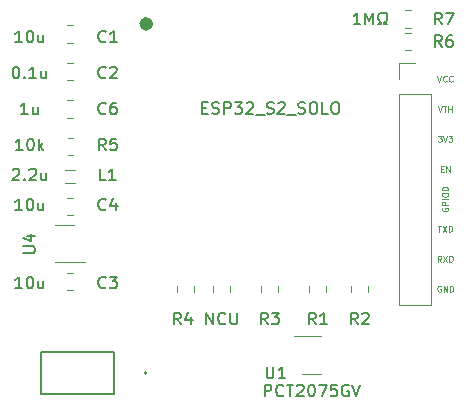
<source format=gbr>
%TF.GenerationSoftware,KiCad,Pcbnew,(6.0.1-0)*%
%TF.CreationDate,2022-04-20T12:22:31-04:00*%
%TF.ProjectId,32S2_3,33325332-5f33-42e6-9b69-6361645f7063,rev?*%
%TF.SameCoordinates,Original*%
%TF.FileFunction,Legend,Top*%
%TF.FilePolarity,Positive*%
%FSLAX46Y46*%
G04 Gerber Fmt 4.6, Leading zero omitted, Abs format (unit mm)*
G04 Created by KiCad (PCBNEW (6.0.1-0)) date 2022-04-20 12:22:31*
%MOMM*%
%LPD*%
G01*
G04 APERTURE LIST*
%ADD10C,0.100000*%
%ADD11C,0.150000*%
%ADD12C,0.120000*%
%ADD13C,0.570000*%
%ADD14C,0.127000*%
%ADD15C,0.200000*%
G04 APERTURE END LIST*
D10*
X107065000Y-87098095D02*
X107041190Y-87145714D01*
X107041190Y-87217142D01*
X107065000Y-87288571D01*
X107112619Y-87336190D01*
X107160238Y-87360000D01*
X107255476Y-87383809D01*
X107326904Y-87383809D01*
X107422142Y-87360000D01*
X107469761Y-87336190D01*
X107517380Y-87288571D01*
X107541190Y-87217142D01*
X107541190Y-87169523D01*
X107517380Y-87098095D01*
X107493571Y-87074285D01*
X107326904Y-87074285D01*
X107326904Y-87169523D01*
X107541190Y-86860000D02*
X107041190Y-86860000D01*
X107041190Y-86669523D01*
X107065000Y-86621904D01*
X107088809Y-86598095D01*
X107136428Y-86574285D01*
X107207857Y-86574285D01*
X107255476Y-86598095D01*
X107279285Y-86621904D01*
X107303095Y-86669523D01*
X107303095Y-86860000D01*
X107541190Y-86360000D02*
X107041190Y-86360000D01*
X107041190Y-86026666D02*
X107041190Y-85931428D01*
X107065000Y-85883809D01*
X107112619Y-85836190D01*
X107207857Y-85812380D01*
X107374523Y-85812380D01*
X107469761Y-85836190D01*
X107517380Y-85883809D01*
X107541190Y-85931428D01*
X107541190Y-86026666D01*
X107517380Y-86074285D01*
X107469761Y-86121904D01*
X107374523Y-86145714D01*
X107207857Y-86145714D01*
X107112619Y-86121904D01*
X107065000Y-86074285D01*
X107041190Y-86026666D01*
X107041190Y-85502857D02*
X107041190Y-85455238D01*
X107065000Y-85407619D01*
X107088809Y-85383809D01*
X107136428Y-85360000D01*
X107231666Y-85336190D01*
X107350714Y-85336190D01*
X107445952Y-85360000D01*
X107493571Y-85383809D01*
X107517380Y-85407619D01*
X107541190Y-85455238D01*
X107541190Y-85502857D01*
X107517380Y-85550476D01*
X107493571Y-85574285D01*
X107445952Y-85598095D01*
X107350714Y-85621904D01*
X107231666Y-85621904D01*
X107136428Y-85598095D01*
X107088809Y-85574285D01*
X107065000Y-85550476D01*
X107041190Y-85502857D01*
X106684047Y-88626190D02*
X106969761Y-88626190D01*
X106826904Y-89126190D02*
X106826904Y-88626190D01*
X107088809Y-88626190D02*
X107422142Y-89126190D01*
X107422142Y-88626190D02*
X107088809Y-89126190D01*
X107612619Y-89126190D02*
X107612619Y-88626190D01*
X107731666Y-88626190D01*
X107803095Y-88650000D01*
X107850714Y-88697619D01*
X107874523Y-88745238D01*
X107898333Y-88840476D01*
X107898333Y-88911904D01*
X107874523Y-89007142D01*
X107850714Y-89054761D01*
X107803095Y-89102380D01*
X107731666Y-89126190D01*
X107612619Y-89126190D01*
X106695952Y-81006190D02*
X107005476Y-81006190D01*
X106838809Y-81196666D01*
X106910238Y-81196666D01*
X106957857Y-81220476D01*
X106981666Y-81244285D01*
X107005476Y-81291904D01*
X107005476Y-81410952D01*
X106981666Y-81458571D01*
X106957857Y-81482380D01*
X106910238Y-81506190D01*
X106767380Y-81506190D01*
X106719761Y-81482380D01*
X106695952Y-81458571D01*
X107148333Y-81006190D02*
X107315000Y-81506190D01*
X107481666Y-81006190D01*
X107600714Y-81006190D02*
X107910238Y-81006190D01*
X107743571Y-81196666D01*
X107815000Y-81196666D01*
X107862619Y-81220476D01*
X107886428Y-81244285D01*
X107910238Y-81291904D01*
X107910238Y-81410952D01*
X107886428Y-81458571D01*
X107862619Y-81482380D01*
X107815000Y-81506190D01*
X107672142Y-81506190D01*
X107624523Y-81482380D01*
X107600714Y-81458571D01*
X106695952Y-78466190D02*
X106862619Y-78966190D01*
X107029285Y-78466190D01*
X107124523Y-78466190D02*
X107410238Y-78466190D01*
X107267380Y-78966190D02*
X107267380Y-78466190D01*
X107576904Y-78966190D02*
X107576904Y-78466190D01*
X107576904Y-78704285D02*
X107862619Y-78704285D01*
X107862619Y-78966190D02*
X107862619Y-78466190D01*
X106648333Y-75926190D02*
X106815000Y-76426190D01*
X106981666Y-75926190D01*
X107434047Y-76378571D02*
X107410238Y-76402380D01*
X107338809Y-76426190D01*
X107291190Y-76426190D01*
X107219761Y-76402380D01*
X107172142Y-76354761D01*
X107148333Y-76307142D01*
X107124523Y-76211904D01*
X107124523Y-76140476D01*
X107148333Y-76045238D01*
X107172142Y-75997619D01*
X107219761Y-75950000D01*
X107291190Y-75926190D01*
X107338809Y-75926190D01*
X107410238Y-75950000D01*
X107434047Y-75973809D01*
X107934047Y-76378571D02*
X107910238Y-76402380D01*
X107838809Y-76426190D01*
X107791190Y-76426190D01*
X107719761Y-76402380D01*
X107672142Y-76354761D01*
X107648333Y-76307142D01*
X107624523Y-76211904D01*
X107624523Y-76140476D01*
X107648333Y-76045238D01*
X107672142Y-75997619D01*
X107719761Y-75950000D01*
X107791190Y-75926190D01*
X107838809Y-75926190D01*
X107910238Y-75950000D01*
X107934047Y-75973809D01*
X106981666Y-91666190D02*
X106815000Y-91428095D01*
X106695952Y-91666190D02*
X106695952Y-91166190D01*
X106886428Y-91166190D01*
X106934047Y-91190000D01*
X106957857Y-91213809D01*
X106981666Y-91261428D01*
X106981666Y-91332857D01*
X106957857Y-91380476D01*
X106934047Y-91404285D01*
X106886428Y-91428095D01*
X106695952Y-91428095D01*
X107148333Y-91166190D02*
X107481666Y-91666190D01*
X107481666Y-91166190D02*
X107148333Y-91666190D01*
X107672142Y-91666190D02*
X107672142Y-91166190D01*
X107791190Y-91166190D01*
X107862619Y-91190000D01*
X107910238Y-91237619D01*
X107934047Y-91285238D01*
X107957857Y-91380476D01*
X107957857Y-91451904D01*
X107934047Y-91547142D01*
X107910238Y-91594761D01*
X107862619Y-91642380D01*
X107791190Y-91666190D01*
X107672142Y-91666190D01*
X106945952Y-83784285D02*
X107112619Y-83784285D01*
X107184047Y-84046190D02*
X106945952Y-84046190D01*
X106945952Y-83546190D01*
X107184047Y-83546190D01*
X107398333Y-84046190D02*
X107398333Y-83546190D01*
X107684047Y-84046190D01*
X107684047Y-83546190D01*
X106934047Y-93730000D02*
X106886428Y-93706190D01*
X106815000Y-93706190D01*
X106743571Y-93730000D01*
X106695952Y-93777619D01*
X106672142Y-93825238D01*
X106648333Y-93920476D01*
X106648333Y-93991904D01*
X106672142Y-94087142D01*
X106695952Y-94134761D01*
X106743571Y-94182380D01*
X106815000Y-94206190D01*
X106862619Y-94206190D01*
X106934047Y-94182380D01*
X106957857Y-94158571D01*
X106957857Y-93991904D01*
X106862619Y-93991904D01*
X107172142Y-94206190D02*
X107172142Y-93706190D01*
X107457857Y-94206190D01*
X107457857Y-93706190D01*
X107695952Y-94206190D02*
X107695952Y-93706190D01*
X107815000Y-93706190D01*
X107886428Y-93730000D01*
X107934047Y-93777619D01*
X107957857Y-93825238D01*
X107981666Y-93920476D01*
X107981666Y-93991904D01*
X107957857Y-94087142D01*
X107934047Y-94134761D01*
X107886428Y-94182380D01*
X107815000Y-94206190D01*
X107695952Y-94206190D01*
D11*
%TO.C,C1*%
X78573333Y-73001142D02*
X78525714Y-73048761D01*
X78382857Y-73096380D01*
X78287619Y-73096380D01*
X78144761Y-73048761D01*
X78049523Y-72953523D01*
X78001904Y-72858285D01*
X77954285Y-72667809D01*
X77954285Y-72524952D01*
X78001904Y-72334476D01*
X78049523Y-72239238D01*
X78144761Y-72144000D01*
X78287619Y-72096380D01*
X78382857Y-72096380D01*
X78525714Y-72144000D01*
X78573333Y-72191619D01*
X79525714Y-73096380D02*
X78954285Y-73096380D01*
X79240000Y-73096380D02*
X79240000Y-72096380D01*
X79144761Y-72239238D01*
X79049523Y-72334476D01*
X78954285Y-72382095D01*
X71493142Y-73096380D02*
X70921714Y-73096380D01*
X71207428Y-73096380D02*
X71207428Y-72096380D01*
X71112190Y-72239238D01*
X71016952Y-72334476D01*
X70921714Y-72382095D01*
X72112190Y-72096380D02*
X72207428Y-72096380D01*
X72302666Y-72144000D01*
X72350285Y-72191619D01*
X72397904Y-72286857D01*
X72445523Y-72477333D01*
X72445523Y-72715428D01*
X72397904Y-72905904D01*
X72350285Y-73001142D01*
X72302666Y-73048761D01*
X72207428Y-73096380D01*
X72112190Y-73096380D01*
X72016952Y-73048761D01*
X71969333Y-73001142D01*
X71921714Y-72905904D01*
X71874095Y-72715428D01*
X71874095Y-72477333D01*
X71921714Y-72286857D01*
X71969333Y-72191619D01*
X72016952Y-72144000D01*
X72112190Y-72096380D01*
X73302666Y-72429714D02*
X73302666Y-73096380D01*
X72874095Y-72429714D02*
X72874095Y-72953523D01*
X72921714Y-73048761D01*
X73016952Y-73096380D01*
X73159809Y-73096380D01*
X73255047Y-73048761D01*
X73302666Y-73001142D01*
%TO.C,U4*%
X71588380Y-90931904D02*
X72397904Y-90931904D01*
X72493142Y-90884285D01*
X72540761Y-90836666D01*
X72588380Y-90741428D01*
X72588380Y-90550952D01*
X72540761Y-90455714D01*
X72493142Y-90408095D01*
X72397904Y-90360476D01*
X71588380Y-90360476D01*
X71921714Y-89455714D02*
X72588380Y-89455714D01*
X71540761Y-89693809D02*
X72255047Y-89931904D01*
X72255047Y-89312857D01*
%TO.C,R2*%
X99909333Y-96972380D02*
X99576000Y-96496190D01*
X99337904Y-96972380D02*
X99337904Y-95972380D01*
X99718857Y-95972380D01*
X99814095Y-96020000D01*
X99861714Y-96067619D01*
X99909333Y-96162857D01*
X99909333Y-96305714D01*
X99861714Y-96400952D01*
X99814095Y-96448571D01*
X99718857Y-96496190D01*
X99337904Y-96496190D01*
X100290285Y-96067619D02*
X100337904Y-96020000D01*
X100433142Y-95972380D01*
X100671238Y-95972380D01*
X100766476Y-96020000D01*
X100814095Y-96067619D01*
X100861714Y-96162857D01*
X100861714Y-96258095D01*
X100814095Y-96400952D01*
X100242666Y-96972380D01*
X100861714Y-96972380D01*
%TO.C,C6*%
X78573333Y-79097142D02*
X78525714Y-79144761D01*
X78382857Y-79192380D01*
X78287619Y-79192380D01*
X78144761Y-79144761D01*
X78049523Y-79049523D01*
X78001904Y-78954285D01*
X77954285Y-78763809D01*
X77954285Y-78620952D01*
X78001904Y-78430476D01*
X78049523Y-78335238D01*
X78144761Y-78240000D01*
X78287619Y-78192380D01*
X78382857Y-78192380D01*
X78525714Y-78240000D01*
X78573333Y-78287619D01*
X79430476Y-78192380D02*
X79240000Y-78192380D01*
X79144761Y-78240000D01*
X79097142Y-78287619D01*
X79001904Y-78430476D01*
X78954285Y-78620952D01*
X78954285Y-79001904D01*
X79001904Y-79097142D01*
X79049523Y-79144761D01*
X79144761Y-79192380D01*
X79335238Y-79192380D01*
X79430476Y-79144761D01*
X79478095Y-79097142D01*
X79525714Y-79001904D01*
X79525714Y-78763809D01*
X79478095Y-78668571D01*
X79430476Y-78620952D01*
X79335238Y-78573333D01*
X79144761Y-78573333D01*
X79049523Y-78620952D01*
X79001904Y-78668571D01*
X78954285Y-78763809D01*
X71969333Y-79192380D02*
X71397904Y-79192380D01*
X71683619Y-79192380D02*
X71683619Y-78192380D01*
X71588380Y-78335238D01*
X71493142Y-78430476D01*
X71397904Y-78478095D01*
X72826476Y-78525714D02*
X72826476Y-79192380D01*
X72397904Y-78525714D02*
X72397904Y-79049523D01*
X72445523Y-79144761D01*
X72540761Y-79192380D01*
X72683619Y-79192380D01*
X72778857Y-79144761D01*
X72826476Y-79097142D01*
%TO.C,R6*%
X107021333Y-73477380D02*
X106688000Y-73001190D01*
X106449904Y-73477380D02*
X106449904Y-72477380D01*
X106830857Y-72477380D01*
X106926095Y-72525000D01*
X106973714Y-72572619D01*
X107021333Y-72667857D01*
X107021333Y-72810714D01*
X106973714Y-72905952D01*
X106926095Y-72953571D01*
X106830857Y-73001190D01*
X106449904Y-73001190D01*
X107878476Y-72477380D02*
X107688000Y-72477380D01*
X107592761Y-72525000D01*
X107545142Y-72572619D01*
X107449904Y-72715476D01*
X107402285Y-72905952D01*
X107402285Y-73286904D01*
X107449904Y-73382142D01*
X107497523Y-73429761D01*
X107592761Y-73477380D01*
X107783238Y-73477380D01*
X107878476Y-73429761D01*
X107926095Y-73382142D01*
X107973714Y-73286904D01*
X107973714Y-73048809D01*
X107926095Y-72953571D01*
X107878476Y-72905952D01*
X107783238Y-72858333D01*
X107592761Y-72858333D01*
X107497523Y-72905952D01*
X107449904Y-72953571D01*
X107402285Y-73048809D01*
%TO.C,R5*%
X78573333Y-82240380D02*
X78240000Y-81764190D01*
X78001904Y-82240380D02*
X78001904Y-81240380D01*
X78382857Y-81240380D01*
X78478095Y-81288000D01*
X78525714Y-81335619D01*
X78573333Y-81430857D01*
X78573333Y-81573714D01*
X78525714Y-81668952D01*
X78478095Y-81716571D01*
X78382857Y-81764190D01*
X78001904Y-81764190D01*
X79478095Y-81240380D02*
X79001904Y-81240380D01*
X78954285Y-81716571D01*
X79001904Y-81668952D01*
X79097142Y-81621333D01*
X79335238Y-81621333D01*
X79430476Y-81668952D01*
X79478095Y-81716571D01*
X79525714Y-81811809D01*
X79525714Y-82049904D01*
X79478095Y-82145142D01*
X79430476Y-82192761D01*
X79335238Y-82240380D01*
X79097142Y-82240380D01*
X79001904Y-82192761D01*
X78954285Y-82145142D01*
X71540761Y-82240380D02*
X70969333Y-82240380D01*
X71255047Y-82240380D02*
X71255047Y-81240380D01*
X71159809Y-81383238D01*
X71064571Y-81478476D01*
X70969333Y-81526095D01*
X72159809Y-81240380D02*
X72255047Y-81240380D01*
X72350285Y-81288000D01*
X72397904Y-81335619D01*
X72445523Y-81430857D01*
X72493142Y-81621333D01*
X72493142Y-81859428D01*
X72445523Y-82049904D01*
X72397904Y-82145142D01*
X72350285Y-82192761D01*
X72255047Y-82240380D01*
X72159809Y-82240380D01*
X72064571Y-82192761D01*
X72016952Y-82145142D01*
X71969333Y-82049904D01*
X71921714Y-81859428D01*
X71921714Y-81621333D01*
X71969333Y-81430857D01*
X72016952Y-81335619D01*
X72064571Y-81288000D01*
X72159809Y-81240380D01*
X72921714Y-82240380D02*
X72921714Y-81240380D01*
X73016952Y-81859428D02*
X73302666Y-82240380D01*
X73302666Y-81573714D02*
X72921714Y-81954666D01*
%TO.C,U1*%
X92202095Y-100544380D02*
X92202095Y-101353904D01*
X92249714Y-101449142D01*
X92297333Y-101496761D01*
X92392571Y-101544380D01*
X92583047Y-101544380D01*
X92678285Y-101496761D01*
X92725904Y-101449142D01*
X92773523Y-101353904D01*
X92773523Y-100544380D01*
X93773523Y-101544380D02*
X93202095Y-101544380D01*
X93487809Y-101544380D02*
X93487809Y-100544380D01*
X93392571Y-100687238D01*
X93297333Y-100782476D01*
X93202095Y-100830095D01*
X92035809Y-103068380D02*
X92035809Y-102068380D01*
X92416761Y-102068380D01*
X92512000Y-102116000D01*
X92559619Y-102163619D01*
X92607238Y-102258857D01*
X92607238Y-102401714D01*
X92559619Y-102496952D01*
X92512000Y-102544571D01*
X92416761Y-102592190D01*
X92035809Y-102592190D01*
X93607238Y-102973142D02*
X93559619Y-103020761D01*
X93416761Y-103068380D01*
X93321523Y-103068380D01*
X93178666Y-103020761D01*
X93083428Y-102925523D01*
X93035809Y-102830285D01*
X92988190Y-102639809D01*
X92988190Y-102496952D01*
X93035809Y-102306476D01*
X93083428Y-102211238D01*
X93178666Y-102116000D01*
X93321523Y-102068380D01*
X93416761Y-102068380D01*
X93559619Y-102116000D01*
X93607238Y-102163619D01*
X93892952Y-102068380D02*
X94464380Y-102068380D01*
X94178666Y-103068380D02*
X94178666Y-102068380D01*
X94750095Y-102163619D02*
X94797714Y-102116000D01*
X94892952Y-102068380D01*
X95131047Y-102068380D01*
X95226285Y-102116000D01*
X95273904Y-102163619D01*
X95321523Y-102258857D01*
X95321523Y-102354095D01*
X95273904Y-102496952D01*
X94702476Y-103068380D01*
X95321523Y-103068380D01*
X95940571Y-102068380D02*
X96035809Y-102068380D01*
X96131047Y-102116000D01*
X96178666Y-102163619D01*
X96226285Y-102258857D01*
X96273904Y-102449333D01*
X96273904Y-102687428D01*
X96226285Y-102877904D01*
X96178666Y-102973142D01*
X96131047Y-103020761D01*
X96035809Y-103068380D01*
X95940571Y-103068380D01*
X95845333Y-103020761D01*
X95797714Y-102973142D01*
X95750095Y-102877904D01*
X95702476Y-102687428D01*
X95702476Y-102449333D01*
X95750095Y-102258857D01*
X95797714Y-102163619D01*
X95845333Y-102116000D01*
X95940571Y-102068380D01*
X96607238Y-102068380D02*
X97273904Y-102068380D01*
X96845333Y-103068380D01*
X98131047Y-102068380D02*
X97654857Y-102068380D01*
X97607238Y-102544571D01*
X97654857Y-102496952D01*
X97750095Y-102449333D01*
X97988190Y-102449333D01*
X98083428Y-102496952D01*
X98131047Y-102544571D01*
X98178666Y-102639809D01*
X98178666Y-102877904D01*
X98131047Y-102973142D01*
X98083428Y-103020761D01*
X97988190Y-103068380D01*
X97750095Y-103068380D01*
X97654857Y-103020761D01*
X97607238Y-102973142D01*
X99131047Y-102116000D02*
X99035809Y-102068380D01*
X98892952Y-102068380D01*
X98750095Y-102116000D01*
X98654857Y-102211238D01*
X98607238Y-102306476D01*
X98559619Y-102496952D01*
X98559619Y-102639809D01*
X98607238Y-102830285D01*
X98654857Y-102925523D01*
X98750095Y-103020761D01*
X98892952Y-103068380D01*
X98988190Y-103068380D01*
X99131047Y-103020761D01*
X99178666Y-102973142D01*
X99178666Y-102639809D01*
X98988190Y-102639809D01*
X99464380Y-102068380D02*
X99797714Y-103068380D01*
X100131047Y-102068380D01*
%TO.C,C2*%
X78573333Y-76049142D02*
X78525714Y-76096761D01*
X78382857Y-76144380D01*
X78287619Y-76144380D01*
X78144761Y-76096761D01*
X78049523Y-76001523D01*
X78001904Y-75906285D01*
X77954285Y-75715809D01*
X77954285Y-75572952D01*
X78001904Y-75382476D01*
X78049523Y-75287238D01*
X78144761Y-75192000D01*
X78287619Y-75144380D01*
X78382857Y-75144380D01*
X78525714Y-75192000D01*
X78573333Y-75239619D01*
X78954285Y-75239619D02*
X79001904Y-75192000D01*
X79097142Y-75144380D01*
X79335238Y-75144380D01*
X79430476Y-75192000D01*
X79478095Y-75239619D01*
X79525714Y-75334857D01*
X79525714Y-75430095D01*
X79478095Y-75572952D01*
X78906666Y-76144380D01*
X79525714Y-76144380D01*
X70921714Y-75144380D02*
X71016952Y-75144380D01*
X71112190Y-75192000D01*
X71159809Y-75239619D01*
X71207428Y-75334857D01*
X71255047Y-75525333D01*
X71255047Y-75763428D01*
X71207428Y-75953904D01*
X71159809Y-76049142D01*
X71112190Y-76096761D01*
X71016952Y-76144380D01*
X70921714Y-76144380D01*
X70826476Y-76096761D01*
X70778857Y-76049142D01*
X70731238Y-75953904D01*
X70683619Y-75763428D01*
X70683619Y-75525333D01*
X70731238Y-75334857D01*
X70778857Y-75239619D01*
X70826476Y-75192000D01*
X70921714Y-75144380D01*
X71683619Y-76049142D02*
X71731238Y-76096761D01*
X71683619Y-76144380D01*
X71636000Y-76096761D01*
X71683619Y-76049142D01*
X71683619Y-76144380D01*
X72683619Y-76144380D02*
X72112190Y-76144380D01*
X72397904Y-76144380D02*
X72397904Y-75144380D01*
X72302666Y-75287238D01*
X72207428Y-75382476D01*
X72112190Y-75430095D01*
X73540761Y-75477714D02*
X73540761Y-76144380D01*
X73112190Y-75477714D02*
X73112190Y-76001523D01*
X73159809Y-76096761D01*
X73255047Y-76144380D01*
X73397904Y-76144380D01*
X73493142Y-76096761D01*
X73540761Y-76049142D01*
%TO.C,U2*%
X87082476Y-96972380D02*
X87082476Y-95972380D01*
X87653904Y-96972380D01*
X87653904Y-95972380D01*
X88701523Y-96877142D02*
X88653904Y-96924761D01*
X88511047Y-96972380D01*
X88415809Y-96972380D01*
X88272952Y-96924761D01*
X88177714Y-96829523D01*
X88130095Y-96734285D01*
X88082476Y-96543809D01*
X88082476Y-96400952D01*
X88130095Y-96210476D01*
X88177714Y-96115238D01*
X88272952Y-96020000D01*
X88415809Y-95972380D01*
X88511047Y-95972380D01*
X88653904Y-96020000D01*
X88701523Y-96067619D01*
X89130095Y-95972380D02*
X89130095Y-96781904D01*
X89177714Y-96877142D01*
X89225333Y-96924761D01*
X89320571Y-96972380D01*
X89511047Y-96972380D01*
X89606285Y-96924761D01*
X89653904Y-96877142D01*
X89701523Y-96781904D01*
X89701523Y-95972380D01*
%TO.C,R7*%
X107021333Y-71572380D02*
X106688000Y-71096190D01*
X106449904Y-71572380D02*
X106449904Y-70572380D01*
X106830857Y-70572380D01*
X106926095Y-70620000D01*
X106973714Y-70667619D01*
X107021333Y-70762857D01*
X107021333Y-70905714D01*
X106973714Y-71000952D01*
X106926095Y-71048571D01*
X106830857Y-71096190D01*
X106449904Y-71096190D01*
X107354666Y-70572380D02*
X108021333Y-70572380D01*
X107592761Y-71572380D01*
X100123857Y-71572380D02*
X99552428Y-71572380D01*
X99838142Y-71572380D02*
X99838142Y-70572380D01*
X99742904Y-70715238D01*
X99647666Y-70810476D01*
X99552428Y-70858095D01*
X100552428Y-71572380D02*
X100552428Y-70572380D01*
X100885761Y-71286666D01*
X101219095Y-70572380D01*
X101219095Y-71572380D01*
X101647666Y-71572380D02*
X101885761Y-71572380D01*
X101885761Y-71381904D01*
X101790523Y-71334285D01*
X101695285Y-71239047D01*
X101647666Y-71096190D01*
X101647666Y-70858095D01*
X101695285Y-70715238D01*
X101790523Y-70620000D01*
X101933380Y-70572380D01*
X102123857Y-70572380D01*
X102266714Y-70620000D01*
X102361952Y-70715238D01*
X102409571Y-70858095D01*
X102409571Y-71096190D01*
X102361952Y-71239047D01*
X102266714Y-71334285D01*
X102171476Y-71381904D01*
X102171476Y-71572380D01*
X102409571Y-71572380D01*
%TO.C,U3*%
X86734285Y-78621071D02*
X87067619Y-78621071D01*
X87210476Y-79144880D02*
X86734285Y-79144880D01*
X86734285Y-78144880D01*
X87210476Y-78144880D01*
X87591428Y-79097261D02*
X87734285Y-79144880D01*
X87972380Y-79144880D01*
X88067619Y-79097261D01*
X88115238Y-79049642D01*
X88162857Y-78954404D01*
X88162857Y-78859166D01*
X88115238Y-78763928D01*
X88067619Y-78716309D01*
X87972380Y-78668690D01*
X87781904Y-78621071D01*
X87686666Y-78573452D01*
X87639047Y-78525833D01*
X87591428Y-78430595D01*
X87591428Y-78335357D01*
X87639047Y-78240119D01*
X87686666Y-78192500D01*
X87781904Y-78144880D01*
X88020000Y-78144880D01*
X88162857Y-78192500D01*
X88591428Y-79144880D02*
X88591428Y-78144880D01*
X88972380Y-78144880D01*
X89067619Y-78192500D01*
X89115238Y-78240119D01*
X89162857Y-78335357D01*
X89162857Y-78478214D01*
X89115238Y-78573452D01*
X89067619Y-78621071D01*
X88972380Y-78668690D01*
X88591428Y-78668690D01*
X89496190Y-78144880D02*
X90115238Y-78144880D01*
X89781904Y-78525833D01*
X89924761Y-78525833D01*
X90020000Y-78573452D01*
X90067619Y-78621071D01*
X90115238Y-78716309D01*
X90115238Y-78954404D01*
X90067619Y-79049642D01*
X90020000Y-79097261D01*
X89924761Y-79144880D01*
X89639047Y-79144880D01*
X89543809Y-79097261D01*
X89496190Y-79049642D01*
X90496190Y-78240119D02*
X90543809Y-78192500D01*
X90639047Y-78144880D01*
X90877142Y-78144880D01*
X90972380Y-78192500D01*
X91020000Y-78240119D01*
X91067619Y-78335357D01*
X91067619Y-78430595D01*
X91020000Y-78573452D01*
X90448571Y-79144880D01*
X91067619Y-79144880D01*
X91258095Y-79240119D02*
X92020000Y-79240119D01*
X92210476Y-79097261D02*
X92353333Y-79144880D01*
X92591428Y-79144880D01*
X92686666Y-79097261D01*
X92734285Y-79049642D01*
X92781904Y-78954404D01*
X92781904Y-78859166D01*
X92734285Y-78763928D01*
X92686666Y-78716309D01*
X92591428Y-78668690D01*
X92400952Y-78621071D01*
X92305714Y-78573452D01*
X92258095Y-78525833D01*
X92210476Y-78430595D01*
X92210476Y-78335357D01*
X92258095Y-78240119D01*
X92305714Y-78192500D01*
X92400952Y-78144880D01*
X92639047Y-78144880D01*
X92781904Y-78192500D01*
X93162857Y-78240119D02*
X93210476Y-78192500D01*
X93305714Y-78144880D01*
X93543809Y-78144880D01*
X93639047Y-78192500D01*
X93686666Y-78240119D01*
X93734285Y-78335357D01*
X93734285Y-78430595D01*
X93686666Y-78573452D01*
X93115238Y-79144880D01*
X93734285Y-79144880D01*
X93924761Y-79240119D02*
X94686666Y-79240119D01*
X94877142Y-79097261D02*
X95020000Y-79144880D01*
X95258095Y-79144880D01*
X95353333Y-79097261D01*
X95400952Y-79049642D01*
X95448571Y-78954404D01*
X95448571Y-78859166D01*
X95400952Y-78763928D01*
X95353333Y-78716309D01*
X95258095Y-78668690D01*
X95067619Y-78621071D01*
X94972380Y-78573452D01*
X94924761Y-78525833D01*
X94877142Y-78430595D01*
X94877142Y-78335357D01*
X94924761Y-78240119D01*
X94972380Y-78192500D01*
X95067619Y-78144880D01*
X95305714Y-78144880D01*
X95448571Y-78192500D01*
X96067619Y-78144880D02*
X96258095Y-78144880D01*
X96353333Y-78192500D01*
X96448571Y-78287738D01*
X96496190Y-78478214D01*
X96496190Y-78811547D01*
X96448571Y-79002023D01*
X96353333Y-79097261D01*
X96258095Y-79144880D01*
X96067619Y-79144880D01*
X95972380Y-79097261D01*
X95877142Y-79002023D01*
X95829523Y-78811547D01*
X95829523Y-78478214D01*
X95877142Y-78287738D01*
X95972380Y-78192500D01*
X96067619Y-78144880D01*
X97400952Y-79144880D02*
X96924761Y-79144880D01*
X96924761Y-78144880D01*
X97924761Y-78144880D02*
X98115238Y-78144880D01*
X98210476Y-78192500D01*
X98305714Y-78287738D01*
X98353333Y-78478214D01*
X98353333Y-78811547D01*
X98305714Y-79002023D01*
X98210476Y-79097261D01*
X98115238Y-79144880D01*
X97924761Y-79144880D01*
X97829523Y-79097261D01*
X97734285Y-79002023D01*
X97686666Y-78811547D01*
X97686666Y-78478214D01*
X97734285Y-78287738D01*
X97829523Y-78192500D01*
X97924761Y-78144880D01*
%TO.C,R3*%
X92289333Y-96972380D02*
X91956000Y-96496190D01*
X91717904Y-96972380D02*
X91717904Y-95972380D01*
X92098857Y-95972380D01*
X92194095Y-96020000D01*
X92241714Y-96067619D01*
X92289333Y-96162857D01*
X92289333Y-96305714D01*
X92241714Y-96400952D01*
X92194095Y-96448571D01*
X92098857Y-96496190D01*
X91717904Y-96496190D01*
X92622666Y-95972380D02*
X93241714Y-95972380D01*
X92908380Y-96353333D01*
X93051238Y-96353333D01*
X93146476Y-96400952D01*
X93194095Y-96448571D01*
X93241714Y-96543809D01*
X93241714Y-96781904D01*
X93194095Y-96877142D01*
X93146476Y-96924761D01*
X93051238Y-96972380D01*
X92765523Y-96972380D01*
X92670285Y-96924761D01*
X92622666Y-96877142D01*
%TO.C,R4*%
X84923333Y-96972380D02*
X84590000Y-96496190D01*
X84351904Y-96972380D02*
X84351904Y-95972380D01*
X84732857Y-95972380D01*
X84828095Y-96020000D01*
X84875714Y-96067619D01*
X84923333Y-96162857D01*
X84923333Y-96305714D01*
X84875714Y-96400952D01*
X84828095Y-96448571D01*
X84732857Y-96496190D01*
X84351904Y-96496190D01*
X85780476Y-96305714D02*
X85780476Y-96972380D01*
X85542380Y-95924761D02*
X85304285Y-96639047D01*
X85923333Y-96639047D01*
%TO.C,C3*%
X78573333Y-93829142D02*
X78525714Y-93876761D01*
X78382857Y-93924380D01*
X78287619Y-93924380D01*
X78144761Y-93876761D01*
X78049523Y-93781523D01*
X78001904Y-93686285D01*
X77954285Y-93495809D01*
X77954285Y-93352952D01*
X78001904Y-93162476D01*
X78049523Y-93067238D01*
X78144761Y-92972000D01*
X78287619Y-92924380D01*
X78382857Y-92924380D01*
X78525714Y-92972000D01*
X78573333Y-93019619D01*
X78906666Y-92924380D02*
X79525714Y-92924380D01*
X79192380Y-93305333D01*
X79335238Y-93305333D01*
X79430476Y-93352952D01*
X79478095Y-93400571D01*
X79525714Y-93495809D01*
X79525714Y-93733904D01*
X79478095Y-93829142D01*
X79430476Y-93876761D01*
X79335238Y-93924380D01*
X79049523Y-93924380D01*
X78954285Y-93876761D01*
X78906666Y-93829142D01*
X71493142Y-93924380D02*
X70921714Y-93924380D01*
X71207428Y-93924380D02*
X71207428Y-92924380D01*
X71112190Y-93067238D01*
X71016952Y-93162476D01*
X70921714Y-93210095D01*
X72112190Y-92924380D02*
X72207428Y-92924380D01*
X72302666Y-92972000D01*
X72350285Y-93019619D01*
X72397904Y-93114857D01*
X72445523Y-93305333D01*
X72445523Y-93543428D01*
X72397904Y-93733904D01*
X72350285Y-93829142D01*
X72302666Y-93876761D01*
X72207428Y-93924380D01*
X72112190Y-93924380D01*
X72016952Y-93876761D01*
X71969333Y-93829142D01*
X71921714Y-93733904D01*
X71874095Y-93543428D01*
X71874095Y-93305333D01*
X71921714Y-93114857D01*
X71969333Y-93019619D01*
X72016952Y-92972000D01*
X72112190Y-92924380D01*
X73302666Y-93257714D02*
X73302666Y-93924380D01*
X72874095Y-93257714D02*
X72874095Y-93781523D01*
X72921714Y-93876761D01*
X73016952Y-93924380D01*
X73159809Y-93924380D01*
X73255047Y-93876761D01*
X73302666Y-93829142D01*
%TO.C,R1*%
X96353333Y-96972380D02*
X96020000Y-96496190D01*
X95781904Y-96972380D02*
X95781904Y-95972380D01*
X96162857Y-95972380D01*
X96258095Y-96020000D01*
X96305714Y-96067619D01*
X96353333Y-96162857D01*
X96353333Y-96305714D01*
X96305714Y-96400952D01*
X96258095Y-96448571D01*
X96162857Y-96496190D01*
X95781904Y-96496190D01*
X97305714Y-96972380D02*
X96734285Y-96972380D01*
X97020000Y-96972380D02*
X97020000Y-95972380D01*
X96924761Y-96115238D01*
X96829523Y-96210476D01*
X96734285Y-96258095D01*
%TO.C,C4*%
X78573333Y-87225142D02*
X78525714Y-87272761D01*
X78382857Y-87320380D01*
X78287619Y-87320380D01*
X78144761Y-87272761D01*
X78049523Y-87177523D01*
X78001904Y-87082285D01*
X77954285Y-86891809D01*
X77954285Y-86748952D01*
X78001904Y-86558476D01*
X78049523Y-86463238D01*
X78144761Y-86368000D01*
X78287619Y-86320380D01*
X78382857Y-86320380D01*
X78525714Y-86368000D01*
X78573333Y-86415619D01*
X79430476Y-86653714D02*
X79430476Y-87320380D01*
X79192380Y-86272761D02*
X78954285Y-86987047D01*
X79573333Y-86987047D01*
X71493142Y-87320380D02*
X70921714Y-87320380D01*
X71207428Y-87320380D02*
X71207428Y-86320380D01*
X71112190Y-86463238D01*
X71016952Y-86558476D01*
X70921714Y-86606095D01*
X72112190Y-86320380D02*
X72207428Y-86320380D01*
X72302666Y-86368000D01*
X72350285Y-86415619D01*
X72397904Y-86510857D01*
X72445523Y-86701333D01*
X72445523Y-86939428D01*
X72397904Y-87129904D01*
X72350285Y-87225142D01*
X72302666Y-87272761D01*
X72207428Y-87320380D01*
X72112190Y-87320380D01*
X72016952Y-87272761D01*
X71969333Y-87225142D01*
X71921714Y-87129904D01*
X71874095Y-86939428D01*
X71874095Y-86701333D01*
X71921714Y-86510857D01*
X71969333Y-86415619D01*
X72016952Y-86368000D01*
X72112190Y-86320380D01*
X73302666Y-86653714D02*
X73302666Y-87320380D01*
X72874095Y-86653714D02*
X72874095Y-87177523D01*
X72921714Y-87272761D01*
X73016952Y-87320380D01*
X73159809Y-87320380D01*
X73255047Y-87272761D01*
X73302666Y-87225142D01*
%TO.C,L1*%
X78573333Y-84780380D02*
X78097142Y-84780380D01*
X78097142Y-83780380D01*
X79430476Y-84780380D02*
X78859047Y-84780380D01*
X79144761Y-84780380D02*
X79144761Y-83780380D01*
X79049523Y-83923238D01*
X78954285Y-84018476D01*
X78859047Y-84066095D01*
X70683619Y-83875619D02*
X70731238Y-83828000D01*
X70826476Y-83780380D01*
X71064571Y-83780380D01*
X71159809Y-83828000D01*
X71207428Y-83875619D01*
X71255047Y-83970857D01*
X71255047Y-84066095D01*
X71207428Y-84208952D01*
X70636000Y-84780380D01*
X71255047Y-84780380D01*
X71683619Y-84685142D02*
X71731238Y-84732761D01*
X71683619Y-84780380D01*
X71636000Y-84732761D01*
X71683619Y-84685142D01*
X71683619Y-84780380D01*
X72112190Y-83875619D02*
X72159809Y-83828000D01*
X72255047Y-83780380D01*
X72493142Y-83780380D01*
X72588380Y-83828000D01*
X72636000Y-83875619D01*
X72683619Y-83970857D01*
X72683619Y-84066095D01*
X72636000Y-84208952D01*
X72064571Y-84780380D01*
X72683619Y-84780380D01*
X73540761Y-84113714D02*
X73540761Y-84780380D01*
X73112190Y-84113714D02*
X73112190Y-84637523D01*
X73159809Y-84732761D01*
X73255047Y-84780380D01*
X73397904Y-84780380D01*
X73493142Y-84732761D01*
X73540761Y-84685142D01*
D12*
%TO.C,J1*%
X103445000Y-74870000D02*
X104775000Y-74870000D01*
X106105000Y-77470000D02*
X106105000Y-95310000D01*
X103445000Y-76200000D02*
X103445000Y-74870000D01*
X103445000Y-77470000D02*
X103445000Y-95310000D01*
X103445000Y-95310000D02*
X106105000Y-95310000D01*
X103445000Y-77470000D02*
X106105000Y-77470000D01*
%TO.C,C1*%
X75826252Y-71655000D02*
X75303748Y-71655000D01*
X75826252Y-73125000D02*
X75303748Y-73125000D01*
%TO.C,U4*%
X75051500Y-88544000D02*
X74251500Y-88544000D01*
X75051500Y-91664000D02*
X74251500Y-91664000D01*
X75051500Y-88544000D02*
X75851500Y-88544000D01*
X75051500Y-91664000D02*
X76851500Y-91664000D01*
%TO.C,R2*%
X100811000Y-93752936D02*
X100811000Y-94207064D01*
X99341000Y-93752936D02*
X99341000Y-94207064D01*
%TO.C,C6*%
X75826252Y-79475000D02*
X75303748Y-79475000D01*
X75826252Y-78005000D02*
X75303748Y-78005000D01*
%TO.C,R6*%
X103928936Y-73760000D02*
X104383064Y-73760000D01*
X103928936Y-72290000D02*
X104383064Y-72290000D01*
%TO.C,R5*%
X75792064Y-82650000D02*
X75337936Y-82650000D01*
X75792064Y-81180000D02*
X75337936Y-81180000D01*
%TO.C,U1*%
X95212000Y-101168000D02*
X96812000Y-101168000D01*
X96812000Y-97968000D02*
X94512000Y-97968000D01*
%TO.C,C2*%
X75826252Y-76300000D02*
X75303748Y-76300000D01*
X75826252Y-74830000D02*
X75303748Y-74830000D01*
%TO.C,U2*%
X89127000Y-94207064D02*
X89127000Y-93752936D01*
X87657000Y-94207064D02*
X87657000Y-93752936D01*
%TO.C,R7*%
X104383064Y-70385000D02*
X103928936Y-70385000D01*
X104383064Y-71855000D02*
X103928936Y-71855000D01*
%TO.C,U3*%
D13*
X82285000Y-71522500D02*
G75*
G03*
X82285000Y-71522500I-285000J0D01*
G01*
D12*
%TO.C,R3*%
X93191000Y-94207064D02*
X93191000Y-93752936D01*
X91721000Y-94207064D02*
X91721000Y-93752936D01*
D14*
%TO.C,SW1*%
X73100000Y-99322000D02*
X79300000Y-99322000D01*
X79300000Y-99322000D02*
X79300000Y-102862000D01*
X79300000Y-102862000D02*
X73100000Y-102862000D01*
X73100000Y-102862000D02*
X73100000Y-99322000D01*
D15*
X82050000Y-101092000D02*
G75*
G03*
X82050000Y-101092000I-100000J0D01*
G01*
D12*
%TO.C,R4*%
X86079000Y-93752936D02*
X86079000Y-94207064D01*
X84609000Y-93752936D02*
X84609000Y-94207064D01*
%TO.C,C3*%
X75826252Y-94080000D02*
X75303748Y-94080000D01*
X75826252Y-92610000D02*
X75303748Y-92610000D01*
%TO.C,R1*%
X97255000Y-94207064D02*
X97255000Y-93752936D01*
X95785000Y-94207064D02*
X95785000Y-93752936D01*
%TO.C,C4*%
X75303748Y-86260000D02*
X75826252Y-86260000D01*
X75303748Y-87730000D02*
X75826252Y-87730000D01*
%TO.C,L1*%
X75975242Y-85015000D02*
X75154758Y-85015000D01*
X75975242Y-83895000D02*
X75154758Y-83895000D01*
%TD*%
M02*

</source>
